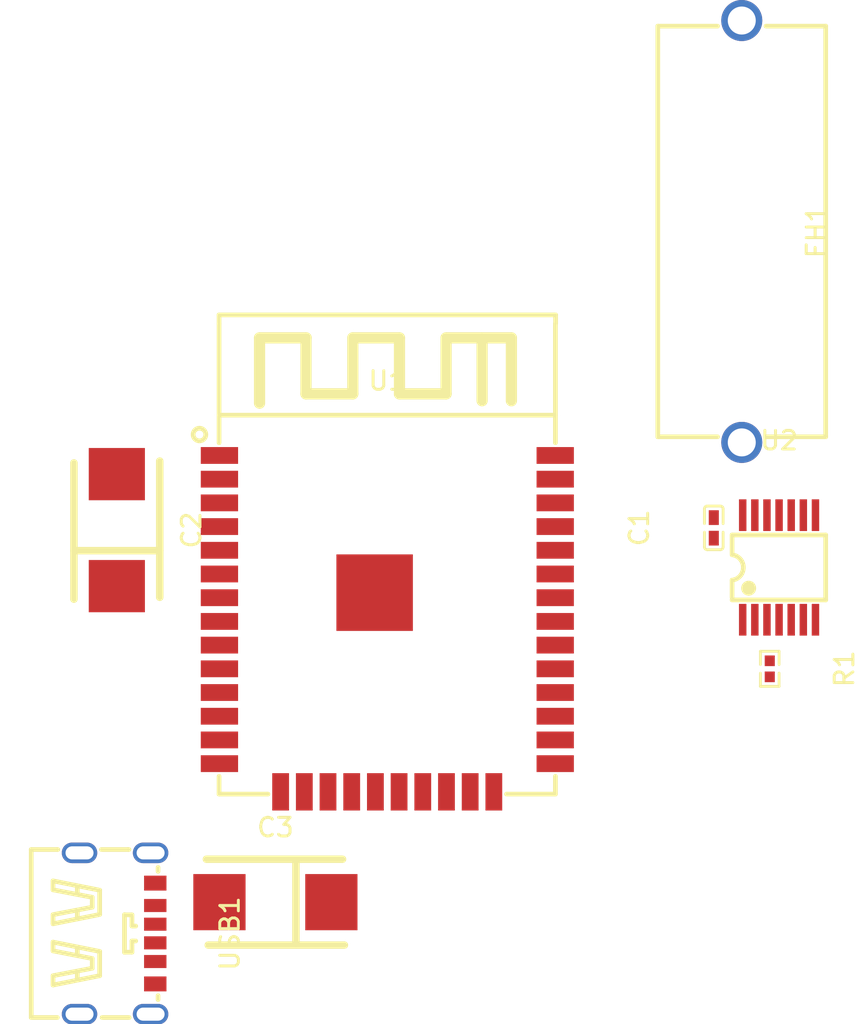
<source format=kicad_pcb>
(kicad_pcb (version 20241229) (generator "pcbnew") (generator_version "9.0")
  (layers (0 "F.Cu" signal) (2 "B.Cu" signal) (13 "F.Paste" user) (15 "B.Paste" user) (5 "F.SilkS" user "F.Silkscreen") (7 "B.SilkS" user "B.Silkscreen") (1 "F.Mask" user) (3 "B.Mask" user) (25 "Edge.Cuts" user))
  (net 0 "")
  (net 1 "IO23")
  (net 2 "IO21")
  (net 3 "SCS_CMD")
  (net 4 "IO32")
  (net 5 "IO27")
  (net 6 "IO12")
  (net 7 "IO22")
  (net 8 "IO19")
  (net 9 "RXD0")
  (net 10 "SDI_SD1")
  (net 11 "SHD_SD2")
  (net 12 "EN")
  (net 13 "TXD0")
  (net 14 "IO0")
  (net 15 "P4Y")
  (net 16 "IO26")
  (net 17 "IO25")
  (net 18 "IO5")
  (net 19 "IO2")
  (net 20 "SENSOR_VN")
  (net 21 "IO35")
  (net 22 "IO33")
  (net 23 "SENSOR_VP")
  (net 24 "IO14")
  (net 25 "IO17")
  (net 26 "P2Y")
  (net 27 "IO18")
  (net 28 "IO16")
  (net 29 "SDO_SD0")
  (net 30 "IO34")
  (net 31 "P3Y")
  (net 32 "esp32Controller.footprint.pins[25].net-net")
  (net 33 "SCK_CLK")
  (net 34 "IO13")
  (net 35 "IO15")
  (net 36 "SWP_SD3")
  (net 37 "levelShifter_P1Y_Resistor-net")
  (net 38 "P1A")
  (net 39 "P3V3")
  (net 40 "EH")
  (net 41 "B5")
  (net 42 "A5")
  (net 43 "VCC")
  (net 44 "gnd")
  (net 45 "data_in-1")
  (net 46 "VDD")
  (footprint "Samsung_Electro_Mechanics_CL05B104KO5NNNC:C0402" (layer "F.Cu") (at 103.5 88.95 90)
    (property "Reference" "C1" (at 0 -4 90) (layer "F.SilkS"))
    (property "Value" "100nF ±10% 16V X7R" (hide yes))
    (fp_line (start 1.02 -0.5) (end 0.23 -0.5) (stroke (width 0.15)) (layer "F.SilkS"))
    (fp_line (start -1.02 -0.5) (end -0.23 -0.5) (stroke (width 0.15)) (layer "F.SilkS"))
    (fp_line (start 1.17 0.35) (end 1.17 -0.35) (stroke (width 0.15)) (layer "F.SilkS"))
    (fp_line (start -1.17 0.35) (end -1.17 -0.35) (stroke (width 0.15)) (layer "F.SilkS"))
    (fp_line (start 0.23 0.5) (end 1.02 0.5) (stroke (width 0.15)) (layer "F.SilkS"))
    (fp_line (start -0.23 0.5) (end -1.02 0.5) (stroke (width 0.15)) (layer "F.SilkS"))
    (fp_arc (start 1.02 -0.5) (mid 1.126066 -0.456066) (end 1.17 -0.35) (stroke (width 0.15)) (layer "F.SilkS"))
    (fp_arc (start -1.17 -0.35) (mid -1.126066 -0.456066) (end -1.02 -0.5) (stroke (width 0.15)) (layer "F.SilkS"))
    (fp_arc (start 1.17 0.35) (mid 1.126066 0.456066) (end 1.02 0.5) (stroke (width 0.15)) (layer "F.SilkS"))
    (fp_arc (start -1.02 0.5) (mid -1.126066 0.456066) (end -1.17 0.35) (stroke (width 0.15)) (layer "F.SilkS"))
    (fp_text user "${REFERENCE}" (at 0 -4 90) (layer "F.SilkS"))
    (pad "1" smd rect (at -0.55 0 90) (size 0.79 0.54) (layers "F.Cu" "F.Mask" "F.Paste") (net 44 "gnd"))
    (pad "2" smd rect (at 0.55 0 90) (size 0.79 0.54) (layers "F.Cu" "F.Mask" "F.Paste") (net 43 "VCC"))
  )
  (footprint "AVX_TAJD477K006RNJ:CASE-D_7343" (layer "F.Cu") (at 80 109)
    (property "Reference" "C3" (at 0 -4 0) (layer "F.SilkS"))
    (property "Value" "470µF ±10%")
    (fp_line (start -3.7 -2.3) (end 3.6 -2.3) (stroke (width 0.4)) (layer "F.SilkS"))
    (fp_line (start 1.1 2.3) (end 1.1 -2.3) (stroke (width 0.4)) (layer "F.SilkS"))
    (fp_line (start 3.7 2.3) (end -3.6 2.3) (stroke (width 0.4)) (layer "F.SilkS"))
    (fp_text user "${REFERENCE}" (at 0 -4 0) (layer "F.SilkS"))
    (pad "1" smd rect (at 3 0 180) (size 2.8 3.01) (layers "F.Cu" "F.Mask" "F.Paste") (net 44 "gnd"))
    (pad "2" smd rect (at -3 0 180) (size 2.8 3.01) (layers "F.Cu" "F.Mask" "F.Paste") (net 46 "VDD"))
  )
  (footprint "XFCN_PTF_15:FUSE-TH_L22.0-W9.0-P22.60" (layer "F.Cu") (at 105 73.07 -90)
    (property "Reference" "FH1" (at 0 -4 90) (layer "F.SilkS"))
    (property "Value" "")
    (fp_line (start -11 4.5) (end -11 1.3) (stroke (width 0.25)) (layer "F.SilkS"))
    (fp_line (start 11 4.5) (end -11 4.5) (stroke (width 0.25)) (layer "F.SilkS"))
    (fp_line (start 11 1.3) (end 11 4.5) (stroke (width 0.25)) (layer "F.SilkS"))
    (fp_line (start -11 -1.3) (end -11 -4.5) (stroke (width 0.25)) (layer "F.SilkS"))
    (fp_line (start -11 -4.5) (end 11 -4.5) (stroke (width 0.25)) (layer "F.SilkS"))
    (fp_line (start 11 -4.5) (end 11 -1.3) (stroke (width 0.25)) (layer "F.SilkS"))
    (fp_text user "${REFERENCE}" (at 0 -4 90) (layer "F.SilkS"))
    (pad "1" thru_hole circle (at -11.3 0 270) (size 2.2 2.2) (drill 1.500022) (layers "*.Cu" "*.Mask") (net 46 "VDD"))
    (pad "2" thru_hole circle (at 11.3 0 270) (size 2.2 2.2) (drill 1.500022) (layers "*.Cu" "*.Mask") (net 43 "VCC"))
  )
  (footprint "Espressif_Systems_ESP32_WROOM_32_N4:WIFIM-SMD_ESP32-WROOM-32-N4" (layer "F.Cu") (at 86 94.08)
    (property "Reference" "U1" (at 0 -13.01 0) (layer "F.SilkS"))
    (property "Value" "")
    (fp_line (start -9.02 -16.54) (end 9.02 -16.54) (stroke (width 0.25)) (layer "F.SilkS"))
    (fp_line (start -9.02 -16.07) (end -9.02 -16.54) (stroke (width 0.25)) (layer "F.SilkS"))
    (fp_line (start -9.02 -16.07) (end -9.02 -9.69) (stroke (width 0.25)) (layer "F.SilkS"))
    (fp_line (start -9.02 -11.17) (end 9.01 -11.17) (stroke (width 0.25)) (layer "F.SilkS"))
    (fp_line (start -9.02 8.18) (end -9.02 9.13) (stroke (width 0.25)) (layer "F.SilkS"))
    (fp_line (start -9.02 9.13) (end -6.4 9.13) (stroke (width 0.25)) (layer "F.SilkS"))
    (fp_line (start -6.85 -15.31) (end -6.85 -11.81) (stroke (width 0.6)) (layer "F.SilkS"))
    (fp_line (start -4.36 -12.31) (end -4.36 -15.31) (stroke (width 0.6)) (layer "F.SilkS"))
    (fp_line (start -4.35 -15.31) (end -6.85 -15.31) (stroke (width 0.6)) (layer "F.SilkS"))
    (fp_line (start -1.85 -15.31) (end -1.85 -12.31) (stroke (width 0.6)) (layer "F.SilkS"))
    (fp_line (start -1.85 -12.31) (end -4.36 -12.31) (stroke (width 0.6)) (layer "F.SilkS"))
    (fp_line (start 0.65 -15.31) (end -1.85 -15.31) (stroke (width 0.6)) (layer "F.SilkS"))
    (fp_line (start 0.65 -12.31) (end 0.65 -15.31) (stroke (width 0.6)) (layer "F.SilkS"))
    (fp_line (start 3.15 -15.31) (end 3.15 -12.31) (stroke (width 0.6)) (layer "F.SilkS"))
    (fp_line (start 3.15 -12.31) (end 0.65 -12.31) (stroke (width 0.6)) (layer "F.SilkS"))
    (fp_line (start 5.08 -15.31) (end 5.08 -11.94) (stroke (width 0.6)) (layer "F.SilkS"))
    (fp_line (start 6.39 9.13) (end 9.01 9.13) (stroke (width 0.25)) (layer "F.SilkS"))
    (fp_line (start 6.65 -15.31) (end 3.15 -15.31) (stroke (width 0.6)) (layer "F.SilkS"))
    (fp_line (start 6.65 -11.94) (end 6.65 -15.31) (stroke (width 0.6)) (layer "F.SilkS"))
    (fp_line (start 9.01 -16.07) (end 9.01 -9.69) (stroke (width 0.25)) (layer "F.SilkS"))
    (fp_line (start 9.01 9.13) (end 9.01 8.18) (stroke (width 0.25)) (layer "F.SilkS"))
    (fp_line (start 9.02 -16.54) (end 9.02 -16.07) (stroke (width 0.25)) (layer "F.SilkS"))
    (fp_circle (center -10.07 -10.13) (end -9.73 -10.13) (stroke (width 0.25)) (fill no) (layer "F.SilkS"))
    (fp_text user "${REFERENCE}" (at 0 -13.01 0) (layer "F.SilkS"))
    (pad "1" smd rect (at -9 -9.01) (size 2 0.9) (layers "F.Cu" "F.Mask" "F.Paste") (net 44 "gnd"))
    (pad "2" smd rect (at -9 -7.74) (size 2 0.9) (layers "F.Cu" "F.Mask" "F.Paste") (net 39 "P3V3"))
    (pad "3" smd rect (at -9 -6.47) (size 2 0.9) (layers "F.Cu" "F.Mask" "F.Paste") (net 12 "EN"))
    (pad "4" smd rect (at -9 -5.2) (size 2 0.9) (layers "F.Cu" "F.Mask" "F.Paste") (net 23 "SENSOR_VP"))
    (pad "5" smd rect (at -9 -3.93) (size 2 0.9) (layers "F.Cu" "F.Mask" "F.Paste") (net 20 "SENSOR_VN"))
    (pad "6" smd rect (at -9 -2.66) (size 2 0.9) (layers "F.Cu" "F.Mask" "F.Paste") (net 30 "IO34"))
    (pad "7" smd rect (at -9 -1.39) (size 2 0.9) (layers "F.Cu" "F.Mask" "F.Paste") (net 21 "IO35"))
    (pad "8" smd rect (at -9 -0.12) (size 2 0.9) (layers "F.Cu" "F.Mask" "F.Paste") (net 4 "IO32"))
    (pad "9" smd rect (at -9 1.15) (size 2 0.9) (layers "F.Cu" "F.Mask" "F.Paste") (net 22 "IO33"))
    (pad "10" smd rect (at -9 2.42) (size 2 0.9) (layers "F.Cu" "F.Mask" "F.Paste") (net 17 "IO25"))
    (pad "11" smd rect (at -9 3.69) (size 2 0.9) (layers "F.Cu" "F.Mask" "F.Paste") (net 16 "IO26"))
    (pad "12" smd rect (at -9 4.96) (size 2 0.9) (layers "F.Cu" "F.Mask" "F.Paste") (net 5 "IO27"))
    (pad "13" smd rect (at -9 6.23) (size 2 0.9) (layers "F.Cu" "F.Mask" "F.Paste") (net 24 "IO14"))
    (pad "14" smd rect (at -9 7.5) (size 2 0.9) (layers "F.Cu" "F.Mask" "F.Paste") (net 6 "IO12"))
    (pad "15" smd rect (at -5.72 9.01 270) (size 2 0.9) (layers "F.Cu" "F.Mask" "F.Paste") (net 44 "gnd"))
    (pad "16" smd rect (at -4.45 9.01 270) (size 2 0.9) (layers "F.Cu" "F.Mask" "F.Paste") (net 34 "IO13"))
    (pad "17" smd rect (at -3.18 9.01 270) (size 2 0.9) (layers "F.Cu" "F.Mask" "F.Paste") (net 11 "SHD_SD2"))
    (pad "18" smd rect (at -1.91 9.01 270) (size 2 0.9) (layers "F.Cu" "F.Mask" "F.Paste") (net 36 "SWP_SD3"))
    (pad "19" smd rect (at -0.64 9.01 270) (size 2 0.9) (layers "F.Cu" "F.Mask" "F.Paste") (net 3 "SCS_CMD"))
    (pad "20" smd rect (at 0.63 9.01 270) (size 2 0.9) (layers "F.Cu" "F.Mask" "F.Paste") (net 33 "SCK_CLK"))
    (pad "21" smd rect (at 1.9 9.01 270) (size 2 0.9) (layers "F.Cu" "F.Mask" "F.Paste") (net 29 "SDO_SD0"))
    (pad "22" smd rect (at 3.17 9.01 270) (size 2 0.9) (layers "F.Cu" "F.Mask" "F.Paste") (net 10 "SDI_SD1"))
    (pad "23" smd rect (at 4.44 9.01 270) (size 2 0.9) (layers "F.Cu" "F.Mask" "F.Paste") (net 35 "IO15"))
    (pad "24" smd rect (at 5.71 9.01 270) (size 2 0.9) (layers "F.Cu" "F.Mask" "F.Paste") (net 19 "IO2"))
    (pad "25" smd rect (at 9 7.5) (size 2 0.9) (layers "F.Cu" "F.Mask" "F.Paste") (net 14 "IO0"))
    (pad "26" smd rect (at 9 6.23) (size 2 0.9) (layers "F.Cu" "F.Mask" "F.Paste") (net 38 "P1A"))
    (pad "27" smd rect (at 9 4.96) (size 2 0.9) (layers "F.Cu" "F.Mask" "F.Paste") (net 28 "IO16"))
    (pad "28" smd rect (at 9 3.69) (size 2 0.9) (layers "F.Cu" "F.Mask" "F.Paste") (net 25 "IO17"))
    (pad "29" smd rect (at 9 2.42) (size 2 0.9) (layers "F.Cu" "F.Mask" "F.Paste") (net 18 "IO5"))
    (pad "30" smd rect (at 9 1.15) (size 2 0.9) (layers "F.Cu" "F.Mask" "F.Paste") (net 27 "IO18"))
    (pad "31" smd rect (at 9 -0.12) (size 2 0.9) (layers "F.Cu" "F.Mask" "F.Paste") (net 8 "IO19"))
    (pad "32" smd rect (at 9 -1.39) (size 2 0.9) (layers "F.Cu" "F.Mask" "F.Paste") (net 32 "esp32Controller.footprint.pins[25].net-net"))
    (pad "33" smd rect (at 9 -2.66) (size 2 0.9) (layers "F.Cu" "F.Mask" "F.Paste") (net 2 "IO21"))
    (pad "34" smd rect (at 9 -3.93) (size 2 0.9) (layers "F.Cu" "F.Mask" "F.Paste") (net 9 "RXD0"))
    (pad "35" smd rect (at 9 -5.2) (size 2 0.9) (layers "F.Cu" "F.Mask" "F.Paste") (net 13 "TXD0"))
    (pad "36" smd rect (at 9 -6.47) (size 2 0.9) (layers "F.Cu" "F.Mask" "F.Paste") (net 7 "IO22"))
    (pad "37" smd rect (at 9 -7.74) (size 2 0.9) (layers "F.Cu" "F.Mask" "F.Paste") (net 1 "IO23"))
    (pad "38" smd rect (at 9 -9.01) (size 2 0.9) (layers "F.Cu" "F.Mask" "F.Paste") (net 44 "gnd"))
    (pad "39" smd rect (at -0.68 -1.66) (size 4.1 4.1) (layers "F.Cu" "F.Mask" "F.Paste") (net 44 "gnd"))
  )
  (footprint "Texas_Instruments_SN74AHCT125PWR:TSSOP-14_L5.0-W4.4-P0.65-LS6.4-BL" (layer "F.Cu") (at 107 91.07)
    (property "Reference" "U2" (at 0 -6.8 0) (layer "F.SilkS"))
    (property "Value" "")
    (fp_line (start -2.52 -1.74) (end 2.5 -1.74) (stroke (width 0.25)) (layer "F.SilkS"))
    (fp_line (start -2.52 -0.69) (end -2.52 -1.74) (stroke (width 0.25)) (layer "F.SilkS"))
    (fp_line (start -2.52 1.6) (end -2.52 0.68) (stroke (width 0.25)) (layer "F.SilkS"))
    (fp_line (start -2.52 1.74) (end 2.5 1.74) (stroke (width 0.25)) (layer "F.SilkS"))
    (fp_line (start 2.5 -1.74) (end 2.5 1.74) (stroke (width 0.25)) (layer "F.SilkS"))
    (fp_arc (start -2.515488 -0.679454) (mid -1.915314 0.002272) (end -2.52 0.68) (stroke (width 0.25)) (layer "F.SilkS"))
    (fp_circle (center -1.63 1.11) (end -1.43 1.11) (stroke (width 0.4)) (fill no) (layer "F.SilkS"))
    (fp_text user "${REFERENCE}" (at 0 -6.8 0) (layer "F.SilkS"))
    (pad "1" smd rect (at -1.95 2.8) (size 0.4 1.7) (layers "F.Cu" "F.Mask" "F.Paste") (net 44 "gnd"))
    (pad "2" smd rect (at -1.3 2.8) (size 0.4 1.7) (layers "F.Cu" "F.Mask" "F.Paste") (net 38 "P1A"))
    (pad "3" smd rect (at -0.65 2.8) (size 0.4 1.7) (layers "F.Cu" "F.Mask" "F.Paste") (net 45 "data_in-1"))
    (pad "4" smd rect (at 0 2.8) (size 0.4 1.7) (layers "F.Cu" "F.Mask" "F.Paste") (net 44 "gnd"))
    (pad "5" smd rect (at 0.65 2.8) (size 0.4 1.7) (layers "F.Cu" "F.Mask" "F.Paste") (net 44 "gnd"))
    (pad "6" smd rect (at 1.3 2.8) (size 0.4 1.7) (layers "F.Cu" "F.Mask" "F.Paste") (net 26 "P2Y"))
    (pad "7" smd rect (at 1.95 2.8) (size 0.4 1.7) (layers "F.Cu" "F.Mask" "F.Paste") (net 44 "gnd"))
    (pad "8" smd rect (at 1.95 -2.8) (size 0.4 1.7) (layers "F.Cu" "F.Mask" "F.Paste") (net 31 "P3Y"))
    (pad "9" smd rect (at 1.3 -2.8) (size 0.4 1.7) (layers "F.Cu" "F.Mask" "F.Paste") (net 44 "gnd"))
    (pad "10" smd rect (at 0.65 -2.8) (size 0.4 1.7) (layers "F.Cu" "F.Mask" "F.Paste") (net 44 "gnd"))
    (pad "11" smd rect (at 0 -2.8) (size 0.4 1.7) (layers "F.Cu" "F.Mask" "F.Paste") (net 15 "P4Y"))
    (pad "12" smd rect (at -0.65 -2.8) (size 0.4 1.7) (layers "F.Cu" "F.Mask" "F.Paste") (net 44 "gnd"))
    (pad "13" smd rect (at -1.3 -2.8) (size 0.4 1.7) (layers "F.Cu" "F.Mask" "F.Paste") (net 44 "gnd"))
    (pad "14" smd rect (at -1.95 -2.8) (size 0.4 1.7) (layers "F.Cu" "F.Mask" "F.Paste") (net 43 "VCC"))
  )
  (footprint "UNI_ROYAL_0402WGF1000TCE:R0402" (layer "F.Cu") (at 106.5 96.5 -90)
    (property "Reference" "R1" (at 0 -4 90) (layer "F.SilkS"))
    (property "Value" "100Ω ±1% 62.5mW")
    (fp_line (start -0.94 0.5) (end -0.94 -0.5) (stroke (width 0.15)) (layer "F.SilkS"))
    (fp_line (start -0.23 0.5) (end -0.94 0.5) (stroke (width 0.15)) (layer "F.SilkS"))
    (fp_line (start 0.23 0.5) (end 0.94 0.5) (stroke (width 0.15)) (layer "F.SilkS"))
    (fp_line (start 0.94 0.5) (end 0.94 -0.5) (stroke (width 0.15)) (layer "F.SilkS"))
    (fp_line (start -0.94 -0.5) (end -0.23 -0.5) (stroke (width 0.15)) (layer "F.SilkS"))
    (fp_line (start 0.94 -0.5) (end 0.23 -0.5) (stroke (width 0.15)) (layer "F.SilkS"))
    (fp_text user "${REFERENCE}" (at 0 -4 90) (layer "F.SilkS"))
    (pad "1" smd rect (at -0.43 0 270) (size 0.57 0.54) (layers "F.Cu" "F.Mask" "F.Paste") (net 45 "data_in-1"))
    (pad "2" smd rect (at 0.43 0 270) (size 0.57 0.54) (layers "F.Cu" "F.Mask" "F.Paste") (net 37 "levelShifter_P1Y_Resistor-net"))
  )
  (footprint "SHOU_HAN_TYPE_C_6P:TYPE-C-SMD_TYPE-C-6P" (layer "F.Cu") (at 71.53 110.68 -90)
    (property "Reference" "USB1" (at 0 -6.03 90) (layer "F.SilkS"))
    (property "Value" "")
    (fp_line (start -4.5 4.62) (end 4.5 4.62) (stroke (width 0.25)) (layer "F.SilkS"))
    (fp_line (start 4.5 4.62) (end 4.5 3.22) (stroke (width 0.25)) (layer "F.SilkS"))
    (fp_line (start -2.82 3.45) (end -2.32 0.95) (stroke (width 0.25)) (layer "F.SilkS"))
    (fp_line (start -2.34 3.45) (end -2.82 3.45) (stroke (width 0.25)) (layer "F.SilkS"))
    (fp_line (start -1.01 3.45) (end -1.41 1.35) (stroke (width 0.25)) (layer "F.SilkS"))
    (fp_line (start -0.52 3.45) (end -1.01 3.45) (stroke (width 0.25)) (layer "F.SilkS"))
    (fp_line (start 0.46 3.45) (end 0.96 0.95) (stroke (width 0.25)) (layer "F.SilkS"))
    (fp_line (start 0.93 3.45) (end 0.46 3.45) (stroke (width 0.25)) (layer "F.SilkS"))
    (fp_line (start 2.26 3.45) (end 1.86 1.35) (stroke (width 0.25)) (layer "F.SilkS"))
    (fp_line (start 2.76 3.45) (end 2.26 3.45) (stroke (width 0.25)) (layer "F.SilkS"))
    (fp_line (start -4.5 3.22) (end -4.5 3.2) (stroke (width 0.25)) (layer "F.SilkS"))
    (fp_line (start -4.5 3.2) (end -4.5 4.62) (stroke (width 0.25)) (layer "F.SilkS"))
    (fp_line (start -2.52 2.15) (end -2.12 2.15) (stroke (width 0.25)) (layer "F.SilkS"))
    (fp_line (start -1.22 2.15) (end -0.82 2.15) (stroke (width 0.25)) (layer "F.SilkS"))
    (fp_line (start 0.76 2.15) (end 1.16 2.15) (stroke (width 0.25)) (layer "F.SilkS"))
    (fp_line (start 2.06 2.15) (end 2.46 2.15) (stroke (width 0.25)) (layer "F.SilkS"))
    (fp_line (start -1.94 1.35) (end -2.34 3.45) (stroke (width 0.25)) (layer "F.SilkS"))
    (fp_line (start -1.41 1.35) (end -1.94 1.35) (stroke (width 0.25)) (layer "F.SilkS"))
    (fp_line (start 1.34 1.35) (end 0.93 3.45) (stroke (width 0.25)) (layer "F.SilkS"))
    (fp_line (start 1.86 1.35) (end 1.34 1.35) (stroke (width 0.25)) (layer "F.SilkS"))
    (fp_line (start -2.32 0.95) (end -1.02 0.95) (stroke (width 0.25)) (layer "F.SilkS"))
    (fp_line (start -1.02 0.95) (end -0.52 3.45) (stroke (width 0.25)) (layer "F.SilkS"))
    (fp_line (start 0.96 0.95) (end 2.26 0.95) (stroke (width 0.25)) (layer "F.SilkS"))
    (fp_line (start 2.26 0.95) (end 2.76 3.45) (stroke (width 0.25)) (layer "F.SilkS"))
    (fp_line (start 4.5 0.82) (end 4.5 -0.63) (stroke (width 0.25)) (layer "F.SilkS"))
    (fp_line (start -1.01 -0.38) (end 1.01 -0.38) (stroke (width 0.25)) (layer "F.SilkS"))
    (fp_line (start -1 -0.38) (end -1 -0.78) (stroke (width 0.25)) (layer "F.SilkS"))
    (fp_line (start 1 -0.38) (end 1 -0.78) (stroke (width 0.25)) (layer "F.SilkS"))
    (fp_line (start -4.5 -0.58) (end -4.5 0.86) (stroke (width 0.25)) (layer "F.SilkS"))
    (fp_line (start -4.5 -0.58) (end -4.5 -0.62) (stroke (width 0.25)) (layer "F.SilkS"))
    (fp_line (start -1 -0.78) (end -0.4 -0.78) (stroke (width 0.25)) (layer "F.SilkS"))
    (fp_line (start -0.4 -0.78) (end -0.4 -0.98) (stroke (width 0.25)) (layer "F.SilkS"))
    (fp_line (start 0.4 -0.78) (end 0.4 -0.98) (stroke (width 0.25)) (layer "F.SilkS"))
    (fp_line (start 1 -0.78) (end 0.4 -0.78) (stroke (width 0.25)) (layer "F.SilkS"))
    (fp_line (start -3.54 -2.18) (end -3.33 -2.18) (stroke (width 0.25)) (layer "F.SilkS"))
    (fp_line (start 3.33 -2.18) (end 3.54 -2.18) (stroke (width 0.25)) (layer "F.SilkS"))
    (fp_text user "${REFERENCE}" (at 0 -6.03 90) (layer "F.SilkS"))
    (pad "7" thru_hole oval (at -4.32 -1.78 270) (size 1.1 1.9) (drill oval 0.700024 1.500022) (layers "*.Cu" "*.Mask") (net 40 "EH"))
    (pad "7" thru_hole oval (at -4.32 2.03 270) (size 1.1 1.9) (drill oval 0.700024 1.500022) (layers "*.Cu" "*.Mask") (net 40 "EH"))
    (pad "7" thru_hole oval (at 4.32 -1.78 270) (size 1.1 1.9) (drill oval 0.700024 1.500022) (layers "*.Cu" "*.Mask") (net 40 "EH"))
    (pad "7" thru_hole oval (at 4.32 2.03 270) (size 1.1 1.9) (drill oval 0.700024 1.500022) (layers "*.Cu" "*.Mask") (net 40 "EH"))
    (pad "A5" smd rect (at -0.5 -2.03 270) (size 0.7 1.2) (layers "F.Cu" "F.Mask" "F.Paste") (net 42 "A5"))
    (pad "A9" smd rect (at 1.5 -2.03 270) (size 0.7 1.2) (layers "F.Cu" "F.Mask" "F.Paste") (net 46 "VDD"))
    (pad "A12" smd rect (at 2.7 -2.03 270) (size 0.8 1.2) (layers "F.Cu" "F.Mask" "F.Paste") (net 44 "gnd"))
    (pad "B5" smd rect (at 0.5 -2.03 270) (size 0.7 1.2) (layers "F.Cu" "F.Mask" "F.Paste") (net 41 "B5"))
    (pad "B9" smd rect (at -1.5 -2.03 270) (size 0.7 1.2) (layers "F.Cu" "F.Mask" "F.Paste") (net 46 "VDD"))
    (pad "B12" smd rect (at -2.7 -2.03 270) (size 0.8 1.2) (layers "F.Cu" "F.Mask" "F.Paste") (net 44 "gnd"))
  )
  (footprint "AVX_TAJD477K006RNJ:CASE-D_7343" (layer "F.Cu") (at 71.5 89.07 -90)
    (property "Reference" "C2" (at 0 -4 90) (layer "F.SilkS"))
    (property "Value" "470µF ±10%")
    (fp_line (start 1.1 2.3) (end 1.1 -2.3) (stroke (width 0.4)) (layer "F.SilkS"))
    (fp_line (start 3.7 2.3) (end -3.6 2.3) (stroke (width 0.4)) (layer "F.SilkS"))
    (fp_line (start -3.7 -2.3) (end 3.6 -2.3) (stroke (width 0.4)) (layer "F.SilkS"))
    (fp_text user "${REFERENCE}" (at 0 -4 90) (layer "F.SilkS"))
    (pad "1" smd rect (at 3 0 90) (size 2.8 3.01) (layers "F.Cu" "F.Mask" "F.Paste") (net 44 "gnd"))
    (pad "2" smd rect (at -3 0 90) (size 2.8 3.01) (layers "F.Cu" "F.Mask" "F.Paste") (net 39 "P3V3"))
  )
)
</source>
